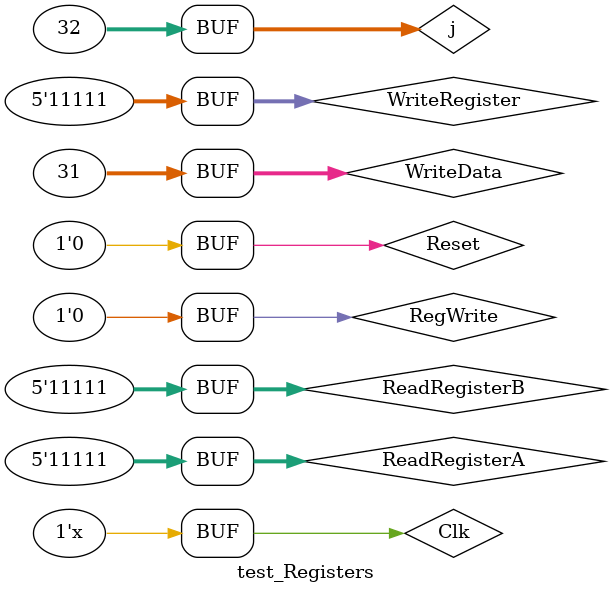
<source format=v>
`timescale 1ns / 1ps


module test_Registers;

    // Inputs
    reg Clk;
    reg Reset;
    reg [4:0] ReadRegisterA; 
    reg [4:0] ReadRegisterB; 
    reg [4:0] WriteRegister; 
    reg [31:0] WriteData; 
    reg RegWrite;
	// Outputs
    wire [31:0] ReadDataA; 
    wire [31:0] ReadDataB;
    
     // Instantiate the Unit Under Test (UUT)
    Registers uut (
       .Clk(Clk), 
       .Reset(Reset),
       .ReadRegisterA(ReadRegisterA),
       .ReadRegisterB(ReadRegisterB),
       .WriteRegister(WriteRegister),
       .WriteData(WriteData),
       .RegWrite(RegWrite),
       .ReadDataA(ReadDataA),
       .ReadDataB(ReadDataB)
    );
  integer j;
    
    initial begin
        // Initialize Inputs
        Clk=1;
        Reset=1;
        ReadRegisterA=5'b00000; 
        ReadRegisterB=5'b00000; 
        WriteRegister=5'b00000; 
        WriteData=32'h00000000; 
        RegWrite=0;
        #20;//comprobando si todos los reg son igual a cero
        Reset=0;
        for(j = 0; j < 32; j = j+1)
            begin	
                ReadRegisterA = j;
                ReadRegisterB = j;
                #20;
            end
        // Se comienza a grabar
        RegWrite=1;
        for(j = 0; j < 32; j = j+1)
            begin    
                WriteRegister = j;
                WriteData = j; // se carga con 
                #20;
            end
        // Se verifica los datos grabados
        RegWrite=0;
        for(j = 0; j < 32; j = j+1)
            begin    
                ReadRegisterA = j;
                ReadRegisterB = j;
                #20;
            end
    end
    
   always begin //clock de la placa 50Mhz
        #10 Clk=~Clk;
    end 

endmodule

</source>
